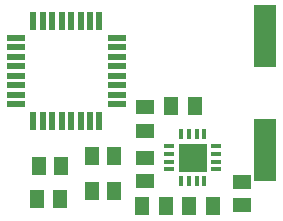
<source format=gbr>
G04 EAGLE Gerber RS-274X export*
G75*
%MOMM*%
%FSLAX34Y34*%
%LPD*%
%INSolderpaste Top*%
%IPPOS*%
%AMOC8*
5,1,8,0,0,1.08239X$1,22.5*%
G01*
%ADD10R,0.550000X1.600000*%
%ADD11R,1.600000X0.550000*%
%ADD12R,0.304800X0.965200*%
%ADD13R,0.965200X0.304800*%
%ADD14R,2.438400X2.438400*%
%ADD15R,1.600000X1.300000*%
%ADD16R,1.300000X1.600000*%
%ADD17R,1.930400X5.334000*%
%ADD18R,1.300000X1.500000*%


D10*
X81300Y130300D03*
X89300Y130300D03*
X97300Y130300D03*
X105300Y130300D03*
X113300Y130300D03*
X121300Y130300D03*
X129300Y130300D03*
X137300Y130300D03*
X137300Y215300D03*
X129300Y215300D03*
X121300Y215300D03*
X113300Y215300D03*
X105300Y215300D03*
X97300Y215300D03*
X89300Y215300D03*
X81300Y215300D03*
D11*
X151800Y144800D03*
X151800Y152800D03*
X151800Y160800D03*
X151800Y168800D03*
X151800Y176800D03*
X151800Y184800D03*
X151800Y192800D03*
X151800Y200800D03*
X66800Y200800D03*
X66800Y192800D03*
X66800Y184800D03*
X66800Y176800D03*
X66800Y168800D03*
X66800Y160800D03*
X66800Y152800D03*
X66800Y144800D03*
D12*
X226050Y119239D03*
X219550Y119239D03*
X213050Y119239D03*
X206550Y119239D03*
D13*
X196361Y109050D03*
X196361Y102550D03*
X196361Y96050D03*
X196361Y89550D03*
D12*
X206550Y79361D03*
X213050Y79361D03*
X219550Y79361D03*
X226050Y79361D03*
D13*
X236239Y89550D03*
X236239Y96050D03*
X236239Y102550D03*
X236239Y109050D03*
D14*
X216300Y99300D03*
D15*
X175500Y122400D03*
X175500Y142400D03*
D16*
X197800Y142900D03*
X217800Y142900D03*
D15*
X257600Y59000D03*
X257600Y79000D03*
X175500Y79300D03*
X175500Y99300D03*
D16*
X193600Y58500D03*
X173600Y58500D03*
X233500Y58300D03*
X213500Y58300D03*
D17*
X277500Y105640D03*
X277500Y202160D03*
D18*
X84515Y64084D03*
X103515Y64084D03*
X104997Y92447D03*
X85997Y92447D03*
X149800Y101100D03*
X130800Y101100D03*
X149800Y71500D03*
X130800Y71500D03*
M02*

</source>
